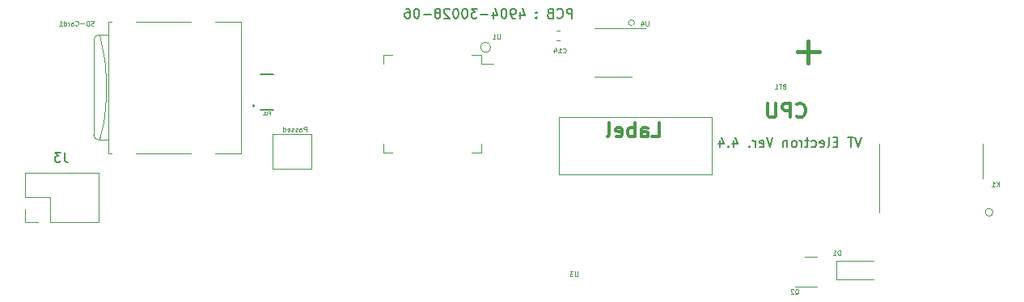
<source format=gbr>
%TF.GenerationSoftware,KiCad,Pcbnew,8.0.5*%
%TF.CreationDate,2025-03-11T15:07:16+00:00*%
%TF.ProjectId,UC_V4_4904-30028-06,55435f56-345f-4343-9930-342d33303032,rev?*%
%TF.SameCoordinates,Original*%
%TF.FileFunction,Legend,Bot*%
%TF.FilePolarity,Positive*%
%FSLAX46Y46*%
G04 Gerber Fmt 4.6, Leading zero omitted, Abs format (unit mm)*
G04 Created by KiCad (PCBNEW 8.0.5) date 2025-03-11 15:07:16*
%MOMM*%
%LPD*%
G01*
G04 APERTURE LIST*
%ADD10C,0.100000*%
%ADD11C,0.200000*%
%ADD12C,0.300000*%
%ADD13C,0.450000*%
%ADD14C,0.080000*%
%ADD15C,0.150000*%
%ADD16C,0.120000*%
%ADD17C,0.127000*%
G04 APERTURE END LIST*
D10*
X125669200Y-102211800D02*
X129784000Y-102211800D01*
X129784000Y-105869400D01*
X125669200Y-105869400D01*
X125669200Y-102211800D01*
D11*
X187345810Y-102603819D02*
X187012477Y-103603819D01*
X187012477Y-103603819D02*
X186679144Y-102603819D01*
X186488667Y-102603819D02*
X185917239Y-102603819D01*
X186202953Y-103603819D02*
X186202953Y-102603819D01*
X184822000Y-103080009D02*
X184488667Y-103080009D01*
X184345810Y-103603819D02*
X184822000Y-103603819D01*
X184822000Y-103603819D02*
X184822000Y-102603819D01*
X184822000Y-102603819D02*
X184345810Y-102603819D01*
X183774381Y-103603819D02*
X183869619Y-103556200D01*
X183869619Y-103556200D02*
X183917238Y-103460961D01*
X183917238Y-103460961D02*
X183917238Y-102603819D01*
X183012476Y-103556200D02*
X183107714Y-103603819D01*
X183107714Y-103603819D02*
X183298190Y-103603819D01*
X183298190Y-103603819D02*
X183393428Y-103556200D01*
X183393428Y-103556200D02*
X183441047Y-103460961D01*
X183441047Y-103460961D02*
X183441047Y-103080009D01*
X183441047Y-103080009D02*
X183393428Y-102984771D01*
X183393428Y-102984771D02*
X183298190Y-102937152D01*
X183298190Y-102937152D02*
X183107714Y-102937152D01*
X183107714Y-102937152D02*
X183012476Y-102984771D01*
X183012476Y-102984771D02*
X182964857Y-103080009D01*
X182964857Y-103080009D02*
X182964857Y-103175247D01*
X182964857Y-103175247D02*
X183441047Y-103270485D01*
X182107714Y-103556200D02*
X182202952Y-103603819D01*
X182202952Y-103603819D02*
X182393428Y-103603819D01*
X182393428Y-103603819D02*
X182488666Y-103556200D01*
X182488666Y-103556200D02*
X182536285Y-103508580D01*
X182536285Y-103508580D02*
X182583904Y-103413342D01*
X182583904Y-103413342D02*
X182583904Y-103127628D01*
X182583904Y-103127628D02*
X182536285Y-103032390D01*
X182536285Y-103032390D02*
X182488666Y-102984771D01*
X182488666Y-102984771D02*
X182393428Y-102937152D01*
X182393428Y-102937152D02*
X182202952Y-102937152D01*
X182202952Y-102937152D02*
X182107714Y-102984771D01*
X181821999Y-102937152D02*
X181441047Y-102937152D01*
X181679142Y-102603819D02*
X181679142Y-103460961D01*
X181679142Y-103460961D02*
X181631523Y-103556200D01*
X181631523Y-103556200D02*
X181536285Y-103603819D01*
X181536285Y-103603819D02*
X181441047Y-103603819D01*
X181107713Y-103603819D02*
X181107713Y-102937152D01*
X181107713Y-103127628D02*
X181060094Y-103032390D01*
X181060094Y-103032390D02*
X181012475Y-102984771D01*
X181012475Y-102984771D02*
X180917237Y-102937152D01*
X180917237Y-102937152D02*
X180821999Y-102937152D01*
X180345808Y-103603819D02*
X180441046Y-103556200D01*
X180441046Y-103556200D02*
X180488665Y-103508580D01*
X180488665Y-103508580D02*
X180536284Y-103413342D01*
X180536284Y-103413342D02*
X180536284Y-103127628D01*
X180536284Y-103127628D02*
X180488665Y-103032390D01*
X180488665Y-103032390D02*
X180441046Y-102984771D01*
X180441046Y-102984771D02*
X180345808Y-102937152D01*
X180345808Y-102937152D02*
X180202951Y-102937152D01*
X180202951Y-102937152D02*
X180107713Y-102984771D01*
X180107713Y-102984771D02*
X180060094Y-103032390D01*
X180060094Y-103032390D02*
X180012475Y-103127628D01*
X180012475Y-103127628D02*
X180012475Y-103413342D01*
X180012475Y-103413342D02*
X180060094Y-103508580D01*
X180060094Y-103508580D02*
X180107713Y-103556200D01*
X180107713Y-103556200D02*
X180202951Y-103603819D01*
X180202951Y-103603819D02*
X180345808Y-103603819D01*
X179583903Y-102937152D02*
X179583903Y-103603819D01*
X179583903Y-103032390D02*
X179536284Y-102984771D01*
X179536284Y-102984771D02*
X179441046Y-102937152D01*
X179441046Y-102937152D02*
X179298189Y-102937152D01*
X179298189Y-102937152D02*
X179202951Y-102984771D01*
X179202951Y-102984771D02*
X179155332Y-103080009D01*
X179155332Y-103080009D02*
X179155332Y-103603819D01*
X178060093Y-102603819D02*
X177726760Y-103603819D01*
X177726760Y-103603819D02*
X177393427Y-102603819D01*
X176679141Y-103556200D02*
X176774379Y-103603819D01*
X176774379Y-103603819D02*
X176964855Y-103603819D01*
X176964855Y-103603819D02*
X177060093Y-103556200D01*
X177060093Y-103556200D02*
X177107712Y-103460961D01*
X177107712Y-103460961D02*
X177107712Y-103080009D01*
X177107712Y-103080009D02*
X177060093Y-102984771D01*
X177060093Y-102984771D02*
X176964855Y-102937152D01*
X176964855Y-102937152D02*
X176774379Y-102937152D01*
X176774379Y-102937152D02*
X176679141Y-102984771D01*
X176679141Y-102984771D02*
X176631522Y-103080009D01*
X176631522Y-103080009D02*
X176631522Y-103175247D01*
X176631522Y-103175247D02*
X177107712Y-103270485D01*
X176202950Y-103603819D02*
X176202950Y-102937152D01*
X176202950Y-103127628D02*
X176155331Y-103032390D01*
X176155331Y-103032390D02*
X176107712Y-102984771D01*
X176107712Y-102984771D02*
X176012474Y-102937152D01*
X176012474Y-102937152D02*
X175917236Y-102937152D01*
X175583902Y-103508580D02*
X175536283Y-103556200D01*
X175536283Y-103556200D02*
X175583902Y-103603819D01*
X175583902Y-103603819D02*
X175631521Y-103556200D01*
X175631521Y-103556200D02*
X175583902Y-103508580D01*
X175583902Y-103508580D02*
X175583902Y-103603819D01*
X173917236Y-102937152D02*
X173917236Y-103603819D01*
X174155331Y-102556200D02*
X174393426Y-103270485D01*
X174393426Y-103270485D02*
X173774379Y-103270485D01*
X173393426Y-103508580D02*
X173345807Y-103556200D01*
X173345807Y-103556200D02*
X173393426Y-103603819D01*
X173393426Y-103603819D02*
X173441045Y-103556200D01*
X173441045Y-103556200D02*
X173393426Y-103508580D01*
X173393426Y-103508580D02*
X173393426Y-103603819D01*
X172488665Y-102937152D02*
X172488665Y-103603819D01*
X172726760Y-102556200D02*
X172964855Y-103270485D01*
X172964855Y-103270485D02*
X172345808Y-103270485D01*
D10*
X129233780Y-101955309D02*
X129233780Y-101455309D01*
X129233780Y-101455309D02*
X129043304Y-101455309D01*
X129043304Y-101455309D02*
X128995685Y-101479119D01*
X128995685Y-101479119D02*
X128971875Y-101502928D01*
X128971875Y-101502928D02*
X128948066Y-101550547D01*
X128948066Y-101550547D02*
X128948066Y-101621976D01*
X128948066Y-101621976D02*
X128971875Y-101669595D01*
X128971875Y-101669595D02*
X128995685Y-101693404D01*
X128995685Y-101693404D02*
X129043304Y-101717214D01*
X129043304Y-101717214D02*
X129233780Y-101717214D01*
X128519494Y-101955309D02*
X128519494Y-101693404D01*
X128519494Y-101693404D02*
X128543304Y-101645785D01*
X128543304Y-101645785D02*
X128590923Y-101621976D01*
X128590923Y-101621976D02*
X128686161Y-101621976D01*
X128686161Y-101621976D02*
X128733780Y-101645785D01*
X128519494Y-101931500D02*
X128567113Y-101955309D01*
X128567113Y-101955309D02*
X128686161Y-101955309D01*
X128686161Y-101955309D02*
X128733780Y-101931500D01*
X128733780Y-101931500D02*
X128757589Y-101883880D01*
X128757589Y-101883880D02*
X128757589Y-101836261D01*
X128757589Y-101836261D02*
X128733780Y-101788642D01*
X128733780Y-101788642D02*
X128686161Y-101764833D01*
X128686161Y-101764833D02*
X128567113Y-101764833D01*
X128567113Y-101764833D02*
X128519494Y-101741023D01*
X128305208Y-101931500D02*
X128257589Y-101955309D01*
X128257589Y-101955309D02*
X128162351Y-101955309D01*
X128162351Y-101955309D02*
X128114732Y-101931500D01*
X128114732Y-101931500D02*
X128090923Y-101883880D01*
X128090923Y-101883880D02*
X128090923Y-101860071D01*
X128090923Y-101860071D02*
X128114732Y-101812452D01*
X128114732Y-101812452D02*
X128162351Y-101788642D01*
X128162351Y-101788642D02*
X128233780Y-101788642D01*
X128233780Y-101788642D02*
X128281399Y-101764833D01*
X128281399Y-101764833D02*
X128305208Y-101717214D01*
X128305208Y-101717214D02*
X128305208Y-101693404D01*
X128305208Y-101693404D02*
X128281399Y-101645785D01*
X128281399Y-101645785D02*
X128233780Y-101621976D01*
X128233780Y-101621976D02*
X128162351Y-101621976D01*
X128162351Y-101621976D02*
X128114732Y-101645785D01*
X127900446Y-101931500D02*
X127852827Y-101955309D01*
X127852827Y-101955309D02*
X127757589Y-101955309D01*
X127757589Y-101955309D02*
X127709970Y-101931500D01*
X127709970Y-101931500D02*
X127686161Y-101883880D01*
X127686161Y-101883880D02*
X127686161Y-101860071D01*
X127686161Y-101860071D02*
X127709970Y-101812452D01*
X127709970Y-101812452D02*
X127757589Y-101788642D01*
X127757589Y-101788642D02*
X127829018Y-101788642D01*
X127829018Y-101788642D02*
X127876637Y-101764833D01*
X127876637Y-101764833D02*
X127900446Y-101717214D01*
X127900446Y-101717214D02*
X127900446Y-101693404D01*
X127900446Y-101693404D02*
X127876637Y-101645785D01*
X127876637Y-101645785D02*
X127829018Y-101621976D01*
X127829018Y-101621976D02*
X127757589Y-101621976D01*
X127757589Y-101621976D02*
X127709970Y-101645785D01*
X127281399Y-101931500D02*
X127329018Y-101955309D01*
X127329018Y-101955309D02*
X127424256Y-101955309D01*
X127424256Y-101955309D02*
X127471875Y-101931500D01*
X127471875Y-101931500D02*
X127495684Y-101883880D01*
X127495684Y-101883880D02*
X127495684Y-101693404D01*
X127495684Y-101693404D02*
X127471875Y-101645785D01*
X127471875Y-101645785D02*
X127424256Y-101621976D01*
X127424256Y-101621976D02*
X127329018Y-101621976D01*
X127329018Y-101621976D02*
X127281399Y-101645785D01*
X127281399Y-101645785D02*
X127257589Y-101693404D01*
X127257589Y-101693404D02*
X127257589Y-101741023D01*
X127257589Y-101741023D02*
X127495684Y-101788642D01*
X126829018Y-101955309D02*
X126829018Y-101455309D01*
X126829018Y-101931500D02*
X126876637Y-101955309D01*
X126876637Y-101955309D02*
X126971875Y-101955309D01*
X126971875Y-101955309D02*
X127019494Y-101931500D01*
X127019494Y-101931500D02*
X127043304Y-101907690D01*
X127043304Y-101907690D02*
X127067113Y-101860071D01*
X127067113Y-101860071D02*
X127067113Y-101717214D01*
X127067113Y-101717214D02*
X127043304Y-101669595D01*
X127043304Y-101669595D02*
X127019494Y-101645785D01*
X127019494Y-101645785D02*
X126971875Y-101621976D01*
X126971875Y-101621976D02*
X126876637Y-101621976D01*
X126876637Y-101621976D02*
X126829018Y-101645785D01*
D11*
X157064094Y-90091019D02*
X157064094Y-89091019D01*
X157064094Y-89091019D02*
X156683142Y-89091019D01*
X156683142Y-89091019D02*
X156587904Y-89138638D01*
X156587904Y-89138638D02*
X156540285Y-89186257D01*
X156540285Y-89186257D02*
X156492666Y-89281495D01*
X156492666Y-89281495D02*
X156492666Y-89424352D01*
X156492666Y-89424352D02*
X156540285Y-89519590D01*
X156540285Y-89519590D02*
X156587904Y-89567209D01*
X156587904Y-89567209D02*
X156683142Y-89614828D01*
X156683142Y-89614828D02*
X157064094Y-89614828D01*
X155492666Y-89995780D02*
X155540285Y-90043400D01*
X155540285Y-90043400D02*
X155683142Y-90091019D01*
X155683142Y-90091019D02*
X155778380Y-90091019D01*
X155778380Y-90091019D02*
X155921237Y-90043400D01*
X155921237Y-90043400D02*
X156016475Y-89948161D01*
X156016475Y-89948161D02*
X156064094Y-89852923D01*
X156064094Y-89852923D02*
X156111713Y-89662447D01*
X156111713Y-89662447D02*
X156111713Y-89519590D01*
X156111713Y-89519590D02*
X156064094Y-89329114D01*
X156064094Y-89329114D02*
X156016475Y-89233876D01*
X156016475Y-89233876D02*
X155921237Y-89138638D01*
X155921237Y-89138638D02*
X155778380Y-89091019D01*
X155778380Y-89091019D02*
X155683142Y-89091019D01*
X155683142Y-89091019D02*
X155540285Y-89138638D01*
X155540285Y-89138638D02*
X155492666Y-89186257D01*
X154730761Y-89567209D02*
X154587904Y-89614828D01*
X154587904Y-89614828D02*
X154540285Y-89662447D01*
X154540285Y-89662447D02*
X154492666Y-89757685D01*
X154492666Y-89757685D02*
X154492666Y-89900542D01*
X154492666Y-89900542D02*
X154540285Y-89995780D01*
X154540285Y-89995780D02*
X154587904Y-90043400D01*
X154587904Y-90043400D02*
X154683142Y-90091019D01*
X154683142Y-90091019D02*
X155064094Y-90091019D01*
X155064094Y-90091019D02*
X155064094Y-89091019D01*
X155064094Y-89091019D02*
X154730761Y-89091019D01*
X154730761Y-89091019D02*
X154635523Y-89138638D01*
X154635523Y-89138638D02*
X154587904Y-89186257D01*
X154587904Y-89186257D02*
X154540285Y-89281495D01*
X154540285Y-89281495D02*
X154540285Y-89376733D01*
X154540285Y-89376733D02*
X154587904Y-89471971D01*
X154587904Y-89471971D02*
X154635523Y-89519590D01*
X154635523Y-89519590D02*
X154730761Y-89567209D01*
X154730761Y-89567209D02*
X155064094Y-89567209D01*
X153302189Y-89995780D02*
X153254570Y-90043400D01*
X153254570Y-90043400D02*
X153302189Y-90091019D01*
X153302189Y-90091019D02*
X153349808Y-90043400D01*
X153349808Y-90043400D02*
X153302189Y-89995780D01*
X153302189Y-89995780D02*
X153302189Y-90091019D01*
X153302189Y-89471971D02*
X153254570Y-89519590D01*
X153254570Y-89519590D02*
X153302189Y-89567209D01*
X153302189Y-89567209D02*
X153349808Y-89519590D01*
X153349808Y-89519590D02*
X153302189Y-89471971D01*
X153302189Y-89471971D02*
X153302189Y-89567209D01*
X151635523Y-89424352D02*
X151635523Y-90091019D01*
X151873618Y-89043400D02*
X152111713Y-89757685D01*
X152111713Y-89757685D02*
X151492666Y-89757685D01*
X151064094Y-90091019D02*
X150873618Y-90091019D01*
X150873618Y-90091019D02*
X150778380Y-90043400D01*
X150778380Y-90043400D02*
X150730761Y-89995780D01*
X150730761Y-89995780D02*
X150635523Y-89852923D01*
X150635523Y-89852923D02*
X150587904Y-89662447D01*
X150587904Y-89662447D02*
X150587904Y-89281495D01*
X150587904Y-89281495D02*
X150635523Y-89186257D01*
X150635523Y-89186257D02*
X150683142Y-89138638D01*
X150683142Y-89138638D02*
X150778380Y-89091019D01*
X150778380Y-89091019D02*
X150968856Y-89091019D01*
X150968856Y-89091019D02*
X151064094Y-89138638D01*
X151064094Y-89138638D02*
X151111713Y-89186257D01*
X151111713Y-89186257D02*
X151159332Y-89281495D01*
X151159332Y-89281495D02*
X151159332Y-89519590D01*
X151159332Y-89519590D02*
X151111713Y-89614828D01*
X151111713Y-89614828D02*
X151064094Y-89662447D01*
X151064094Y-89662447D02*
X150968856Y-89710066D01*
X150968856Y-89710066D02*
X150778380Y-89710066D01*
X150778380Y-89710066D02*
X150683142Y-89662447D01*
X150683142Y-89662447D02*
X150635523Y-89614828D01*
X150635523Y-89614828D02*
X150587904Y-89519590D01*
X149968856Y-89091019D02*
X149873618Y-89091019D01*
X149873618Y-89091019D02*
X149778380Y-89138638D01*
X149778380Y-89138638D02*
X149730761Y-89186257D01*
X149730761Y-89186257D02*
X149683142Y-89281495D01*
X149683142Y-89281495D02*
X149635523Y-89471971D01*
X149635523Y-89471971D02*
X149635523Y-89710066D01*
X149635523Y-89710066D02*
X149683142Y-89900542D01*
X149683142Y-89900542D02*
X149730761Y-89995780D01*
X149730761Y-89995780D02*
X149778380Y-90043400D01*
X149778380Y-90043400D02*
X149873618Y-90091019D01*
X149873618Y-90091019D02*
X149968856Y-90091019D01*
X149968856Y-90091019D02*
X150064094Y-90043400D01*
X150064094Y-90043400D02*
X150111713Y-89995780D01*
X150111713Y-89995780D02*
X150159332Y-89900542D01*
X150159332Y-89900542D02*
X150206951Y-89710066D01*
X150206951Y-89710066D02*
X150206951Y-89471971D01*
X150206951Y-89471971D02*
X150159332Y-89281495D01*
X150159332Y-89281495D02*
X150111713Y-89186257D01*
X150111713Y-89186257D02*
X150064094Y-89138638D01*
X150064094Y-89138638D02*
X149968856Y-89091019D01*
X148778380Y-89424352D02*
X148778380Y-90091019D01*
X149016475Y-89043400D02*
X149254570Y-89757685D01*
X149254570Y-89757685D02*
X148635523Y-89757685D01*
X148254570Y-89710066D02*
X147492666Y-89710066D01*
X147111713Y-89091019D02*
X146492666Y-89091019D01*
X146492666Y-89091019D02*
X146825999Y-89471971D01*
X146825999Y-89471971D02*
X146683142Y-89471971D01*
X146683142Y-89471971D02*
X146587904Y-89519590D01*
X146587904Y-89519590D02*
X146540285Y-89567209D01*
X146540285Y-89567209D02*
X146492666Y-89662447D01*
X146492666Y-89662447D02*
X146492666Y-89900542D01*
X146492666Y-89900542D02*
X146540285Y-89995780D01*
X146540285Y-89995780D02*
X146587904Y-90043400D01*
X146587904Y-90043400D02*
X146683142Y-90091019D01*
X146683142Y-90091019D02*
X146968856Y-90091019D01*
X146968856Y-90091019D02*
X147064094Y-90043400D01*
X147064094Y-90043400D02*
X147111713Y-89995780D01*
X145873618Y-89091019D02*
X145778380Y-89091019D01*
X145778380Y-89091019D02*
X145683142Y-89138638D01*
X145683142Y-89138638D02*
X145635523Y-89186257D01*
X145635523Y-89186257D02*
X145587904Y-89281495D01*
X145587904Y-89281495D02*
X145540285Y-89471971D01*
X145540285Y-89471971D02*
X145540285Y-89710066D01*
X145540285Y-89710066D02*
X145587904Y-89900542D01*
X145587904Y-89900542D02*
X145635523Y-89995780D01*
X145635523Y-89995780D02*
X145683142Y-90043400D01*
X145683142Y-90043400D02*
X145778380Y-90091019D01*
X145778380Y-90091019D02*
X145873618Y-90091019D01*
X145873618Y-90091019D02*
X145968856Y-90043400D01*
X145968856Y-90043400D02*
X146016475Y-89995780D01*
X146016475Y-89995780D02*
X146064094Y-89900542D01*
X146064094Y-89900542D02*
X146111713Y-89710066D01*
X146111713Y-89710066D02*
X146111713Y-89471971D01*
X146111713Y-89471971D02*
X146064094Y-89281495D01*
X146064094Y-89281495D02*
X146016475Y-89186257D01*
X146016475Y-89186257D02*
X145968856Y-89138638D01*
X145968856Y-89138638D02*
X145873618Y-89091019D01*
X144921237Y-89091019D02*
X144825999Y-89091019D01*
X144825999Y-89091019D02*
X144730761Y-89138638D01*
X144730761Y-89138638D02*
X144683142Y-89186257D01*
X144683142Y-89186257D02*
X144635523Y-89281495D01*
X144635523Y-89281495D02*
X144587904Y-89471971D01*
X144587904Y-89471971D02*
X144587904Y-89710066D01*
X144587904Y-89710066D02*
X144635523Y-89900542D01*
X144635523Y-89900542D02*
X144683142Y-89995780D01*
X144683142Y-89995780D02*
X144730761Y-90043400D01*
X144730761Y-90043400D02*
X144825999Y-90091019D01*
X144825999Y-90091019D02*
X144921237Y-90091019D01*
X144921237Y-90091019D02*
X145016475Y-90043400D01*
X145016475Y-90043400D02*
X145064094Y-89995780D01*
X145064094Y-89995780D02*
X145111713Y-89900542D01*
X145111713Y-89900542D02*
X145159332Y-89710066D01*
X145159332Y-89710066D02*
X145159332Y-89471971D01*
X145159332Y-89471971D02*
X145111713Y-89281495D01*
X145111713Y-89281495D02*
X145064094Y-89186257D01*
X145064094Y-89186257D02*
X145016475Y-89138638D01*
X145016475Y-89138638D02*
X144921237Y-89091019D01*
X144206951Y-89186257D02*
X144159332Y-89138638D01*
X144159332Y-89138638D02*
X144064094Y-89091019D01*
X144064094Y-89091019D02*
X143825999Y-89091019D01*
X143825999Y-89091019D02*
X143730761Y-89138638D01*
X143730761Y-89138638D02*
X143683142Y-89186257D01*
X143683142Y-89186257D02*
X143635523Y-89281495D01*
X143635523Y-89281495D02*
X143635523Y-89376733D01*
X143635523Y-89376733D02*
X143683142Y-89519590D01*
X143683142Y-89519590D02*
X144254570Y-90091019D01*
X144254570Y-90091019D02*
X143635523Y-90091019D01*
X143064094Y-89519590D02*
X143159332Y-89471971D01*
X143159332Y-89471971D02*
X143206951Y-89424352D01*
X143206951Y-89424352D02*
X143254570Y-89329114D01*
X143254570Y-89329114D02*
X143254570Y-89281495D01*
X143254570Y-89281495D02*
X143206951Y-89186257D01*
X143206951Y-89186257D02*
X143159332Y-89138638D01*
X143159332Y-89138638D02*
X143064094Y-89091019D01*
X143064094Y-89091019D02*
X142873618Y-89091019D01*
X142873618Y-89091019D02*
X142778380Y-89138638D01*
X142778380Y-89138638D02*
X142730761Y-89186257D01*
X142730761Y-89186257D02*
X142683142Y-89281495D01*
X142683142Y-89281495D02*
X142683142Y-89329114D01*
X142683142Y-89329114D02*
X142730761Y-89424352D01*
X142730761Y-89424352D02*
X142778380Y-89471971D01*
X142778380Y-89471971D02*
X142873618Y-89519590D01*
X142873618Y-89519590D02*
X143064094Y-89519590D01*
X143064094Y-89519590D02*
X143159332Y-89567209D01*
X143159332Y-89567209D02*
X143206951Y-89614828D01*
X143206951Y-89614828D02*
X143254570Y-89710066D01*
X143254570Y-89710066D02*
X143254570Y-89900542D01*
X143254570Y-89900542D02*
X143206951Y-89995780D01*
X143206951Y-89995780D02*
X143159332Y-90043400D01*
X143159332Y-90043400D02*
X143064094Y-90091019D01*
X143064094Y-90091019D02*
X142873618Y-90091019D01*
X142873618Y-90091019D02*
X142778380Y-90043400D01*
X142778380Y-90043400D02*
X142730761Y-89995780D01*
X142730761Y-89995780D02*
X142683142Y-89900542D01*
X142683142Y-89900542D02*
X142683142Y-89710066D01*
X142683142Y-89710066D02*
X142730761Y-89614828D01*
X142730761Y-89614828D02*
X142778380Y-89567209D01*
X142778380Y-89567209D02*
X142873618Y-89519590D01*
X142254570Y-89710066D02*
X141492666Y-89710066D01*
X140825999Y-89091019D02*
X140730761Y-89091019D01*
X140730761Y-89091019D02*
X140635523Y-89138638D01*
X140635523Y-89138638D02*
X140587904Y-89186257D01*
X140587904Y-89186257D02*
X140540285Y-89281495D01*
X140540285Y-89281495D02*
X140492666Y-89471971D01*
X140492666Y-89471971D02*
X140492666Y-89710066D01*
X140492666Y-89710066D02*
X140540285Y-89900542D01*
X140540285Y-89900542D02*
X140587904Y-89995780D01*
X140587904Y-89995780D02*
X140635523Y-90043400D01*
X140635523Y-90043400D02*
X140730761Y-90091019D01*
X140730761Y-90091019D02*
X140825999Y-90091019D01*
X140825999Y-90091019D02*
X140921237Y-90043400D01*
X140921237Y-90043400D02*
X140968856Y-89995780D01*
X140968856Y-89995780D02*
X141016475Y-89900542D01*
X141016475Y-89900542D02*
X141064094Y-89710066D01*
X141064094Y-89710066D02*
X141064094Y-89471971D01*
X141064094Y-89471971D02*
X141016475Y-89281495D01*
X141016475Y-89281495D02*
X140968856Y-89186257D01*
X140968856Y-89186257D02*
X140921237Y-89138638D01*
X140921237Y-89138638D02*
X140825999Y-89091019D01*
X139635523Y-89091019D02*
X139825999Y-89091019D01*
X139825999Y-89091019D02*
X139921237Y-89138638D01*
X139921237Y-89138638D02*
X139968856Y-89186257D01*
X139968856Y-89186257D02*
X140064094Y-89329114D01*
X140064094Y-89329114D02*
X140111713Y-89519590D01*
X140111713Y-89519590D02*
X140111713Y-89900542D01*
X140111713Y-89900542D02*
X140064094Y-89995780D01*
X140064094Y-89995780D02*
X140016475Y-90043400D01*
X140016475Y-90043400D02*
X139921237Y-90091019D01*
X139921237Y-90091019D02*
X139730761Y-90091019D01*
X139730761Y-90091019D02*
X139635523Y-90043400D01*
X139635523Y-90043400D02*
X139587904Y-89995780D01*
X139587904Y-89995780D02*
X139540285Y-89900542D01*
X139540285Y-89900542D02*
X139540285Y-89662447D01*
X139540285Y-89662447D02*
X139587904Y-89567209D01*
X139587904Y-89567209D02*
X139635523Y-89519590D01*
X139635523Y-89519590D02*
X139730761Y-89471971D01*
X139730761Y-89471971D02*
X139921237Y-89471971D01*
X139921237Y-89471971D02*
X140016475Y-89519590D01*
X140016475Y-89519590D02*
X140064094Y-89567209D01*
X140064094Y-89567209D02*
X140111713Y-89662447D01*
D12*
X165443771Y-102534528D02*
X166158057Y-102534528D01*
X166158057Y-102534528D02*
X166158057Y-101034528D01*
X164300914Y-102534528D02*
X164300914Y-101748814D01*
X164300914Y-101748814D02*
X164372342Y-101605957D01*
X164372342Y-101605957D02*
X164515199Y-101534528D01*
X164515199Y-101534528D02*
X164800914Y-101534528D01*
X164800914Y-101534528D02*
X164943771Y-101605957D01*
X164300914Y-102463100D02*
X164443771Y-102534528D01*
X164443771Y-102534528D02*
X164800914Y-102534528D01*
X164800914Y-102534528D02*
X164943771Y-102463100D01*
X164943771Y-102463100D02*
X165015199Y-102320242D01*
X165015199Y-102320242D02*
X165015199Y-102177385D01*
X165015199Y-102177385D02*
X164943771Y-102034528D01*
X164943771Y-102034528D02*
X164800914Y-101963100D01*
X164800914Y-101963100D02*
X164443771Y-101963100D01*
X164443771Y-101963100D02*
X164300914Y-101891671D01*
X163586628Y-102534528D02*
X163586628Y-101034528D01*
X163586628Y-101605957D02*
X163443771Y-101534528D01*
X163443771Y-101534528D02*
X163158056Y-101534528D01*
X163158056Y-101534528D02*
X163015199Y-101605957D01*
X163015199Y-101605957D02*
X162943771Y-101677385D01*
X162943771Y-101677385D02*
X162872342Y-101820242D01*
X162872342Y-101820242D02*
X162872342Y-102248814D01*
X162872342Y-102248814D02*
X162943771Y-102391671D01*
X162943771Y-102391671D02*
X163015199Y-102463100D01*
X163015199Y-102463100D02*
X163158056Y-102534528D01*
X163158056Y-102534528D02*
X163443771Y-102534528D01*
X163443771Y-102534528D02*
X163586628Y-102463100D01*
X161658056Y-102463100D02*
X161800913Y-102534528D01*
X161800913Y-102534528D02*
X162086628Y-102534528D01*
X162086628Y-102534528D02*
X162229485Y-102463100D01*
X162229485Y-102463100D02*
X162300913Y-102320242D01*
X162300913Y-102320242D02*
X162300913Y-101748814D01*
X162300913Y-101748814D02*
X162229485Y-101605957D01*
X162229485Y-101605957D02*
X162086628Y-101534528D01*
X162086628Y-101534528D02*
X161800913Y-101534528D01*
X161800913Y-101534528D02*
X161658056Y-101605957D01*
X161658056Y-101605957D02*
X161586628Y-101748814D01*
X161586628Y-101748814D02*
X161586628Y-101891671D01*
X161586628Y-101891671D02*
X162300913Y-102034528D01*
X160729485Y-102534528D02*
X160872342Y-102463100D01*
X160872342Y-102463100D02*
X160943771Y-102320242D01*
X160943771Y-102320242D02*
X160943771Y-101034528D01*
X180537828Y-100359671D02*
X180609256Y-100431100D01*
X180609256Y-100431100D02*
X180823542Y-100502528D01*
X180823542Y-100502528D02*
X180966399Y-100502528D01*
X180966399Y-100502528D02*
X181180685Y-100431100D01*
X181180685Y-100431100D02*
X181323542Y-100288242D01*
X181323542Y-100288242D02*
X181394971Y-100145385D01*
X181394971Y-100145385D02*
X181466399Y-99859671D01*
X181466399Y-99859671D02*
X181466399Y-99645385D01*
X181466399Y-99645385D02*
X181394971Y-99359671D01*
X181394971Y-99359671D02*
X181323542Y-99216814D01*
X181323542Y-99216814D02*
X181180685Y-99073957D01*
X181180685Y-99073957D02*
X180966399Y-99002528D01*
X180966399Y-99002528D02*
X180823542Y-99002528D01*
X180823542Y-99002528D02*
X180609256Y-99073957D01*
X180609256Y-99073957D02*
X180537828Y-99145385D01*
X179894971Y-100502528D02*
X179894971Y-99002528D01*
X179894971Y-99002528D02*
X179323542Y-99002528D01*
X179323542Y-99002528D02*
X179180685Y-99073957D01*
X179180685Y-99073957D02*
X179109256Y-99145385D01*
X179109256Y-99145385D02*
X179037828Y-99288242D01*
X179037828Y-99288242D02*
X179037828Y-99502528D01*
X179037828Y-99502528D02*
X179109256Y-99645385D01*
X179109256Y-99645385D02*
X179180685Y-99716814D01*
X179180685Y-99716814D02*
X179323542Y-99788242D01*
X179323542Y-99788242D02*
X179894971Y-99788242D01*
X178394971Y-99002528D02*
X178394971Y-100216814D01*
X178394971Y-100216814D02*
X178323542Y-100359671D01*
X178323542Y-100359671D02*
X178252114Y-100431100D01*
X178252114Y-100431100D02*
X178109256Y-100502528D01*
X178109256Y-100502528D02*
X177823542Y-100502528D01*
X177823542Y-100502528D02*
X177680685Y-100431100D01*
X177680685Y-100431100D02*
X177609256Y-100359671D01*
X177609256Y-100359671D02*
X177537828Y-100216814D01*
X177537828Y-100216814D02*
X177537828Y-99002528D01*
D10*
X179249656Y-97241804D02*
X179178228Y-97265614D01*
X179178228Y-97265614D02*
X179154418Y-97289423D01*
X179154418Y-97289423D02*
X179130609Y-97337042D01*
X179130609Y-97337042D02*
X179130609Y-97408471D01*
X179130609Y-97408471D02*
X179154418Y-97456090D01*
X179154418Y-97456090D02*
X179178228Y-97479900D01*
X179178228Y-97479900D02*
X179225847Y-97503709D01*
X179225847Y-97503709D02*
X179416323Y-97503709D01*
X179416323Y-97503709D02*
X179416323Y-97003709D01*
X179416323Y-97003709D02*
X179249656Y-97003709D01*
X179249656Y-97003709D02*
X179202037Y-97027519D01*
X179202037Y-97027519D02*
X179178228Y-97051328D01*
X179178228Y-97051328D02*
X179154418Y-97098947D01*
X179154418Y-97098947D02*
X179154418Y-97146566D01*
X179154418Y-97146566D02*
X179178228Y-97194185D01*
X179178228Y-97194185D02*
X179202037Y-97217995D01*
X179202037Y-97217995D02*
X179249656Y-97241804D01*
X179249656Y-97241804D02*
X179416323Y-97241804D01*
X178987751Y-97003709D02*
X178702037Y-97003709D01*
X178844894Y-97503709D02*
X178844894Y-97003709D01*
X178273466Y-97503709D02*
X178559180Y-97503709D01*
X178416323Y-97503709D02*
X178416323Y-97003709D01*
X178416323Y-97003709D02*
X178463942Y-97075138D01*
X178463942Y-97075138D02*
X178511561Y-97122757D01*
X178511561Y-97122757D02*
X178559180Y-97146566D01*
D13*
X180609542Y-93613000D02*
X182895257Y-93613000D01*
X181752399Y-94755857D02*
X181752399Y-92470142D01*
D10*
X180403019Y-119046328D02*
X180450638Y-119022519D01*
X180450638Y-119022519D02*
X180498257Y-118974900D01*
X180498257Y-118974900D02*
X180569685Y-118903471D01*
X180569685Y-118903471D02*
X180617304Y-118879661D01*
X180617304Y-118879661D02*
X180664923Y-118879661D01*
X180641114Y-118998709D02*
X180688733Y-118974900D01*
X180688733Y-118974900D02*
X180736352Y-118927280D01*
X180736352Y-118927280D02*
X180760161Y-118832042D01*
X180760161Y-118832042D02*
X180760161Y-118665376D01*
X180760161Y-118665376D02*
X180736352Y-118570138D01*
X180736352Y-118570138D02*
X180688733Y-118522519D01*
X180688733Y-118522519D02*
X180641114Y-118498709D01*
X180641114Y-118498709D02*
X180545876Y-118498709D01*
X180545876Y-118498709D02*
X180498257Y-118522519D01*
X180498257Y-118522519D02*
X180450638Y-118570138D01*
X180450638Y-118570138D02*
X180426828Y-118665376D01*
X180426828Y-118665376D02*
X180426828Y-118832042D01*
X180426828Y-118832042D02*
X180450638Y-118927280D01*
X180450638Y-118927280D02*
X180498257Y-118974900D01*
X180498257Y-118974900D02*
X180545876Y-118998709D01*
X180545876Y-118998709D02*
X180641114Y-118998709D01*
X180236351Y-118546328D02*
X180212542Y-118522519D01*
X180212542Y-118522519D02*
X180164923Y-118498709D01*
X180164923Y-118498709D02*
X180045875Y-118498709D01*
X180045875Y-118498709D02*
X179998256Y-118522519D01*
X179998256Y-118522519D02*
X179974447Y-118546328D01*
X179974447Y-118546328D02*
X179950637Y-118593947D01*
X179950637Y-118593947D02*
X179950637Y-118641566D01*
X179950637Y-118641566D02*
X179974447Y-118712995D01*
X179974447Y-118712995D02*
X180260161Y-118998709D01*
X180260161Y-118998709D02*
X179950637Y-118998709D01*
X201755647Y-107773309D02*
X201755647Y-107273309D01*
X201469933Y-107773309D02*
X201684218Y-107487595D01*
X201469933Y-107273309D02*
X201755647Y-107559023D01*
X200993742Y-107773309D02*
X201279456Y-107773309D01*
X201136599Y-107773309D02*
X201136599Y-107273309D01*
X201136599Y-107273309D02*
X201184218Y-107344738D01*
X201184218Y-107344738D02*
X201231837Y-107392357D01*
X201231837Y-107392357D02*
X201279456Y-107416166D01*
X149519752Y-91777909D02*
X149519752Y-92182671D01*
X149519752Y-92182671D02*
X149495942Y-92230290D01*
X149495942Y-92230290D02*
X149472133Y-92254100D01*
X149472133Y-92254100D02*
X149424514Y-92277909D01*
X149424514Y-92277909D02*
X149329276Y-92277909D01*
X149329276Y-92277909D02*
X149281657Y-92254100D01*
X149281657Y-92254100D02*
X149257847Y-92230290D01*
X149257847Y-92230290D02*
X149234038Y-92182671D01*
X149234038Y-92182671D02*
X149234038Y-91777909D01*
X148734037Y-92277909D02*
X149019751Y-92277909D01*
X148876894Y-92277909D02*
X148876894Y-91777909D01*
X148876894Y-91777909D02*
X148924513Y-91849338D01*
X148924513Y-91849338D02*
X148972132Y-91896957D01*
X148972132Y-91896957D02*
X149019751Y-91920766D01*
X185118647Y-114909309D02*
X185118647Y-114409309D01*
X185118647Y-114409309D02*
X184999599Y-114409309D01*
X184999599Y-114409309D02*
X184928171Y-114433119D01*
X184928171Y-114433119D02*
X184880552Y-114480738D01*
X184880552Y-114480738D02*
X184856742Y-114528357D01*
X184856742Y-114528357D02*
X184832933Y-114623595D01*
X184832933Y-114623595D02*
X184832933Y-114695023D01*
X184832933Y-114695023D02*
X184856742Y-114790261D01*
X184856742Y-114790261D02*
X184880552Y-114837880D01*
X184880552Y-114837880D02*
X184928171Y-114885500D01*
X184928171Y-114885500D02*
X184999599Y-114909309D01*
X184999599Y-114909309D02*
X185118647Y-114909309D01*
X184356742Y-114909309D02*
X184642456Y-114909309D01*
X184499599Y-114909309D02*
X184499599Y-114409309D01*
X184499599Y-114409309D02*
X184547218Y-114480738D01*
X184547218Y-114480738D02*
X184594837Y-114528357D01*
X184594837Y-114528357D02*
X184642456Y-114552166D01*
D14*
X125312890Y-100006459D02*
X125419557Y-100006459D01*
X125419557Y-100174078D02*
X125419557Y-99854078D01*
X125419557Y-99854078D02*
X125267176Y-99854078D01*
X124992890Y-100174078D02*
X125145271Y-100174078D01*
X125145271Y-100174078D02*
X125145271Y-99854078D01*
X124718604Y-100174078D02*
X124901461Y-100174078D01*
X124810033Y-100174078D02*
X124810033Y-99854078D01*
X124810033Y-99854078D02*
X124840509Y-99899792D01*
X124840509Y-99899792D02*
X124870985Y-99930268D01*
X124870985Y-99930268D02*
X124901461Y-99945506D01*
D15*
X103896733Y-104165219D02*
X103896733Y-104879504D01*
X103896733Y-104879504D02*
X103944352Y-105022361D01*
X103944352Y-105022361D02*
X104039590Y-105117600D01*
X104039590Y-105117600D02*
X104182447Y-105165219D01*
X104182447Y-105165219D02*
X104277685Y-105165219D01*
X103515780Y-104165219D02*
X102896733Y-104165219D01*
X102896733Y-104165219D02*
X103230066Y-104546171D01*
X103230066Y-104546171D02*
X103087209Y-104546171D01*
X103087209Y-104546171D02*
X102991971Y-104593790D01*
X102991971Y-104593790D02*
X102944352Y-104641409D01*
X102944352Y-104641409D02*
X102896733Y-104736647D01*
X102896733Y-104736647D02*
X102896733Y-104974742D01*
X102896733Y-104974742D02*
X102944352Y-105069980D01*
X102944352Y-105069980D02*
X102991971Y-105117600D01*
X102991971Y-105117600D02*
X103087209Y-105165219D01*
X103087209Y-105165219D02*
X103372923Y-105165219D01*
X103372923Y-105165219D02*
X103468161Y-105117600D01*
X103468161Y-105117600D02*
X103515780Y-105069980D01*
D10*
X165049152Y-90424309D02*
X165049152Y-90829071D01*
X165049152Y-90829071D02*
X165025342Y-90876690D01*
X165025342Y-90876690D02*
X165001533Y-90900500D01*
X165001533Y-90900500D02*
X164953914Y-90924309D01*
X164953914Y-90924309D02*
X164858676Y-90924309D01*
X164858676Y-90924309D02*
X164811057Y-90900500D01*
X164811057Y-90900500D02*
X164787247Y-90876690D01*
X164787247Y-90876690D02*
X164763438Y-90829071D01*
X164763438Y-90829071D02*
X164763438Y-90424309D01*
X164311056Y-90590976D02*
X164311056Y-90924309D01*
X164430104Y-90400500D02*
X164549151Y-90757642D01*
X164549151Y-90757642D02*
X164239628Y-90757642D01*
X157622352Y-116669909D02*
X157622352Y-117074671D01*
X157622352Y-117074671D02*
X157598542Y-117122290D01*
X157598542Y-117122290D02*
X157574733Y-117146100D01*
X157574733Y-117146100D02*
X157527114Y-117169909D01*
X157527114Y-117169909D02*
X157431876Y-117169909D01*
X157431876Y-117169909D02*
X157384257Y-117146100D01*
X157384257Y-117146100D02*
X157360447Y-117122290D01*
X157360447Y-117122290D02*
X157336638Y-117074671D01*
X157336638Y-117074671D02*
X157336638Y-116669909D01*
X157146161Y-116669909D02*
X156836637Y-116669909D01*
X156836637Y-116669909D02*
X157003304Y-116860385D01*
X157003304Y-116860385D02*
X156931875Y-116860385D01*
X156931875Y-116860385D02*
X156884256Y-116884195D01*
X156884256Y-116884195D02*
X156860447Y-116908004D01*
X156860447Y-116908004D02*
X156836637Y-116955623D01*
X156836637Y-116955623D02*
X156836637Y-117074671D01*
X156836637Y-117074671D02*
X156860447Y-117122290D01*
X156860447Y-117122290D02*
X156884256Y-117146100D01*
X156884256Y-117146100D02*
X156931875Y-117169909D01*
X156931875Y-117169909D02*
X157074732Y-117169909D01*
X157074732Y-117169909D02*
X157122351Y-117146100D01*
X157122351Y-117146100D02*
X157146161Y-117122290D01*
X156089628Y-93678090D02*
X156113437Y-93701900D01*
X156113437Y-93701900D02*
X156184866Y-93725709D01*
X156184866Y-93725709D02*
X156232485Y-93725709D01*
X156232485Y-93725709D02*
X156303913Y-93701900D01*
X156303913Y-93701900D02*
X156351532Y-93654280D01*
X156351532Y-93654280D02*
X156375342Y-93606661D01*
X156375342Y-93606661D02*
X156399151Y-93511423D01*
X156399151Y-93511423D02*
X156399151Y-93439995D01*
X156399151Y-93439995D02*
X156375342Y-93344757D01*
X156375342Y-93344757D02*
X156351532Y-93297138D01*
X156351532Y-93297138D02*
X156303913Y-93249519D01*
X156303913Y-93249519D02*
X156232485Y-93225709D01*
X156232485Y-93225709D02*
X156184866Y-93225709D01*
X156184866Y-93225709D02*
X156113437Y-93249519D01*
X156113437Y-93249519D02*
X156089628Y-93273328D01*
X155613437Y-93725709D02*
X155899151Y-93725709D01*
X155756294Y-93725709D02*
X155756294Y-93225709D01*
X155756294Y-93225709D02*
X155803913Y-93297138D01*
X155803913Y-93297138D02*
X155851532Y-93344757D01*
X155851532Y-93344757D02*
X155899151Y-93368566D01*
X155184866Y-93392376D02*
X155184866Y-93725709D01*
X155303914Y-93201900D02*
X155422961Y-93559042D01*
X155422961Y-93559042D02*
X155113438Y-93559042D01*
X106969018Y-90849100D02*
X106897590Y-90872909D01*
X106897590Y-90872909D02*
X106778542Y-90872909D01*
X106778542Y-90872909D02*
X106730923Y-90849100D01*
X106730923Y-90849100D02*
X106707114Y-90825290D01*
X106707114Y-90825290D02*
X106683304Y-90777671D01*
X106683304Y-90777671D02*
X106683304Y-90730052D01*
X106683304Y-90730052D02*
X106707114Y-90682433D01*
X106707114Y-90682433D02*
X106730923Y-90658623D01*
X106730923Y-90658623D02*
X106778542Y-90634814D01*
X106778542Y-90634814D02*
X106873780Y-90611004D01*
X106873780Y-90611004D02*
X106921399Y-90587195D01*
X106921399Y-90587195D02*
X106945209Y-90563385D01*
X106945209Y-90563385D02*
X106969018Y-90515766D01*
X106969018Y-90515766D02*
X106969018Y-90468147D01*
X106969018Y-90468147D02*
X106945209Y-90420528D01*
X106945209Y-90420528D02*
X106921399Y-90396719D01*
X106921399Y-90396719D02*
X106873780Y-90372909D01*
X106873780Y-90372909D02*
X106754733Y-90372909D01*
X106754733Y-90372909D02*
X106683304Y-90396719D01*
X106469019Y-90872909D02*
X106469019Y-90372909D01*
X106469019Y-90372909D02*
X106349971Y-90372909D01*
X106349971Y-90372909D02*
X106278543Y-90396719D01*
X106278543Y-90396719D02*
X106230924Y-90444338D01*
X106230924Y-90444338D02*
X106207114Y-90491957D01*
X106207114Y-90491957D02*
X106183305Y-90587195D01*
X106183305Y-90587195D02*
X106183305Y-90658623D01*
X106183305Y-90658623D02*
X106207114Y-90753861D01*
X106207114Y-90753861D02*
X106230924Y-90801480D01*
X106230924Y-90801480D02*
X106278543Y-90849100D01*
X106278543Y-90849100D02*
X106349971Y-90872909D01*
X106349971Y-90872909D02*
X106469019Y-90872909D01*
X105969019Y-90682433D02*
X105588067Y-90682433D01*
X105064257Y-90825290D02*
X105088066Y-90849100D01*
X105088066Y-90849100D02*
X105159495Y-90872909D01*
X105159495Y-90872909D02*
X105207114Y-90872909D01*
X105207114Y-90872909D02*
X105278542Y-90849100D01*
X105278542Y-90849100D02*
X105326161Y-90801480D01*
X105326161Y-90801480D02*
X105349971Y-90753861D01*
X105349971Y-90753861D02*
X105373780Y-90658623D01*
X105373780Y-90658623D02*
X105373780Y-90587195D01*
X105373780Y-90587195D02*
X105349971Y-90491957D01*
X105349971Y-90491957D02*
X105326161Y-90444338D01*
X105326161Y-90444338D02*
X105278542Y-90396719D01*
X105278542Y-90396719D02*
X105207114Y-90372909D01*
X105207114Y-90372909D02*
X105159495Y-90372909D01*
X105159495Y-90372909D02*
X105088066Y-90396719D01*
X105088066Y-90396719D02*
X105064257Y-90420528D01*
X104635685Y-90872909D02*
X104635685Y-90611004D01*
X104635685Y-90611004D02*
X104659495Y-90563385D01*
X104659495Y-90563385D02*
X104707114Y-90539576D01*
X104707114Y-90539576D02*
X104802352Y-90539576D01*
X104802352Y-90539576D02*
X104849971Y-90563385D01*
X104635685Y-90849100D02*
X104683304Y-90872909D01*
X104683304Y-90872909D02*
X104802352Y-90872909D01*
X104802352Y-90872909D02*
X104849971Y-90849100D01*
X104849971Y-90849100D02*
X104873780Y-90801480D01*
X104873780Y-90801480D02*
X104873780Y-90753861D01*
X104873780Y-90753861D02*
X104849971Y-90706242D01*
X104849971Y-90706242D02*
X104802352Y-90682433D01*
X104802352Y-90682433D02*
X104683304Y-90682433D01*
X104683304Y-90682433D02*
X104635685Y-90658623D01*
X104397590Y-90872909D02*
X104397590Y-90539576D01*
X104397590Y-90634814D02*
X104373780Y-90587195D01*
X104373780Y-90587195D02*
X104349971Y-90563385D01*
X104349971Y-90563385D02*
X104302352Y-90539576D01*
X104302352Y-90539576D02*
X104254733Y-90539576D01*
X103873780Y-90872909D02*
X103873780Y-90372909D01*
X103873780Y-90849100D02*
X103921399Y-90872909D01*
X103921399Y-90872909D02*
X104016637Y-90872909D01*
X104016637Y-90872909D02*
X104064256Y-90849100D01*
X104064256Y-90849100D02*
X104088066Y-90825290D01*
X104088066Y-90825290D02*
X104111875Y-90777671D01*
X104111875Y-90777671D02*
X104111875Y-90634814D01*
X104111875Y-90634814D02*
X104088066Y-90587195D01*
X104088066Y-90587195D02*
X104064256Y-90563385D01*
X104064256Y-90563385D02*
X104016637Y-90539576D01*
X104016637Y-90539576D02*
X103921399Y-90539576D01*
X103921399Y-90539576D02*
X103873780Y-90563385D01*
X103373780Y-90872909D02*
X103659494Y-90872909D01*
X103516637Y-90872909D02*
X103516637Y-90372909D01*
X103516637Y-90372909D02*
X103564256Y-90444338D01*
X103564256Y-90444338D02*
X103611875Y-90491957D01*
X103611875Y-90491957D02*
X103659494Y-90515766D01*
D16*
%TO.C,Q2*%
X182057200Y-115129800D02*
X181407200Y-115129800D01*
X182057200Y-115129800D02*
X182707200Y-115129800D01*
X182057200Y-118249800D02*
X180382200Y-118249800D01*
X182057200Y-118249800D02*
X182707200Y-118249800D01*
%TO.C,K1*%
X189168200Y-110473200D02*
X189168200Y-103273200D01*
X200068200Y-106873200D02*
X200068200Y-103273200D01*
X201108688Y-110443200D02*
G75*
G02*
X200287712Y-110443200I-410488J0D01*
G01*
X200287712Y-110443200D02*
G75*
G02*
X201108688Y-110443200I410488J0D01*
G01*
%TO.C,U1*%
X137290000Y-93961600D02*
X137290000Y-94911600D01*
X137290000Y-104181600D02*
X137290000Y-103231600D01*
X138240000Y-93961600D02*
X137290000Y-93961600D01*
X138240000Y-104181600D02*
X137290000Y-104181600D01*
X146560000Y-93961600D02*
X147510000Y-93961600D01*
X146560000Y-104181600D02*
X147510000Y-104181600D01*
X147510000Y-93961600D02*
X147510000Y-94911600D01*
X147510000Y-94911600D02*
X148850000Y-94911600D01*
X147510000Y-104181600D02*
X147510000Y-103231600D01*
X148531507Y-93141600D02*
G75*
G02*
X147468493Y-93141600I-531507J0D01*
G01*
X147468493Y-93141600D02*
G75*
G02*
X148531507Y-93141600I531507J0D01*
G01*
%TO.C,D1*%
X184709400Y-115512000D02*
X188609400Y-115512000D01*
X184709400Y-117512000D02*
X184709400Y-115512000D01*
X184709400Y-117512000D02*
X188609400Y-117512000D01*
D17*
%TO.C,FL1*%
X124410700Y-99672000D02*
X125760700Y-99672000D01*
X125760700Y-95982000D02*
X124410700Y-95982000D01*
D11*
X123810700Y-99252000D02*
G75*
G02*
X123610700Y-99252000I-100000J0D01*
G01*
X123610700Y-99252000D02*
G75*
G02*
X123810700Y-99252000I100000J0D01*
G01*
D16*
%TO.C,J3*%
X99778200Y-106278200D02*
X99778200Y-108878200D01*
X99778200Y-106278200D02*
X107518200Y-106278200D01*
X99778200Y-108878200D02*
X102378200Y-108878200D01*
X99778200Y-110148200D02*
X99778200Y-111478200D01*
X99778200Y-111478200D02*
X101108200Y-111478200D01*
X102378200Y-108878200D02*
X102378200Y-111478200D01*
X102378200Y-111478200D02*
X107518200Y-111478200D01*
X107518200Y-106278200D02*
X107518200Y-111478200D01*
%TO.C,U4*%
X161318200Y-91138200D02*
X159368200Y-91138200D01*
X161318200Y-91138200D02*
X164768200Y-91138200D01*
X161318200Y-96258200D02*
X159368200Y-96258200D01*
X161318200Y-96258200D02*
X163268200Y-96258200D01*
X163568361Y-90558200D02*
G75*
G02*
X162948039Y-90558200I-310161J0D01*
G01*
X162948039Y-90558200D02*
G75*
G02*
X163568361Y-90558200I310161J0D01*
G01*
%TO.C,TP1*%
X171642200Y-100456400D02*
X155642200Y-100456400D01*
X155642200Y-106456400D01*
X171642200Y-106456400D01*
X171642200Y-100456400D01*
%TO.C,C14*%
X155730980Y-91440200D02*
X155449820Y-91440200D01*
X155730980Y-92460200D02*
X155449820Y-92460200D01*
%TO.C,SD-Card1*%
X106978900Y-92348200D02*
X106978900Y-102348200D01*
X107578900Y-91848200D02*
X107778900Y-92648200D01*
X107678900Y-102348200D02*
X107578900Y-102848200D01*
X107778900Y-92648200D02*
X108078900Y-94348200D01*
X107978900Y-101048200D02*
X107678900Y-102348200D01*
X108078900Y-94348200D02*
X108178900Y-95148200D01*
X108178900Y-95148200D02*
X108278900Y-96448200D01*
X108178900Y-99548200D02*
X107978900Y-101048200D01*
X108278900Y-96448200D02*
X108278900Y-98248200D01*
X108278900Y-98248200D02*
X108178900Y-99548200D01*
X108478900Y-90438200D02*
X108478900Y-104258200D01*
X108478900Y-90438200D02*
X108878900Y-90438200D01*
X108478900Y-91848200D02*
X107478900Y-91848200D01*
X108478900Y-102848200D02*
X107478900Y-102848200D01*
X108478900Y-104258200D02*
X108878900Y-104258200D01*
X111398900Y-90438200D02*
X117178900Y-90438200D01*
X111398900Y-104258200D02*
X117178900Y-104258200D01*
X119698900Y-90438200D02*
X122398900Y-90438200D01*
X119698900Y-104258200D02*
X122398900Y-104258200D01*
X122398900Y-104258200D02*
X122398900Y-90438200D01*
X106978900Y-92348200D02*
G75*
G02*
X107478900Y-91848200I500001J-1D01*
G01*
X107478900Y-102848200D02*
G75*
G02*
X106978900Y-102348200I0J500000D01*
G01*
%TD*%
M02*

</source>
